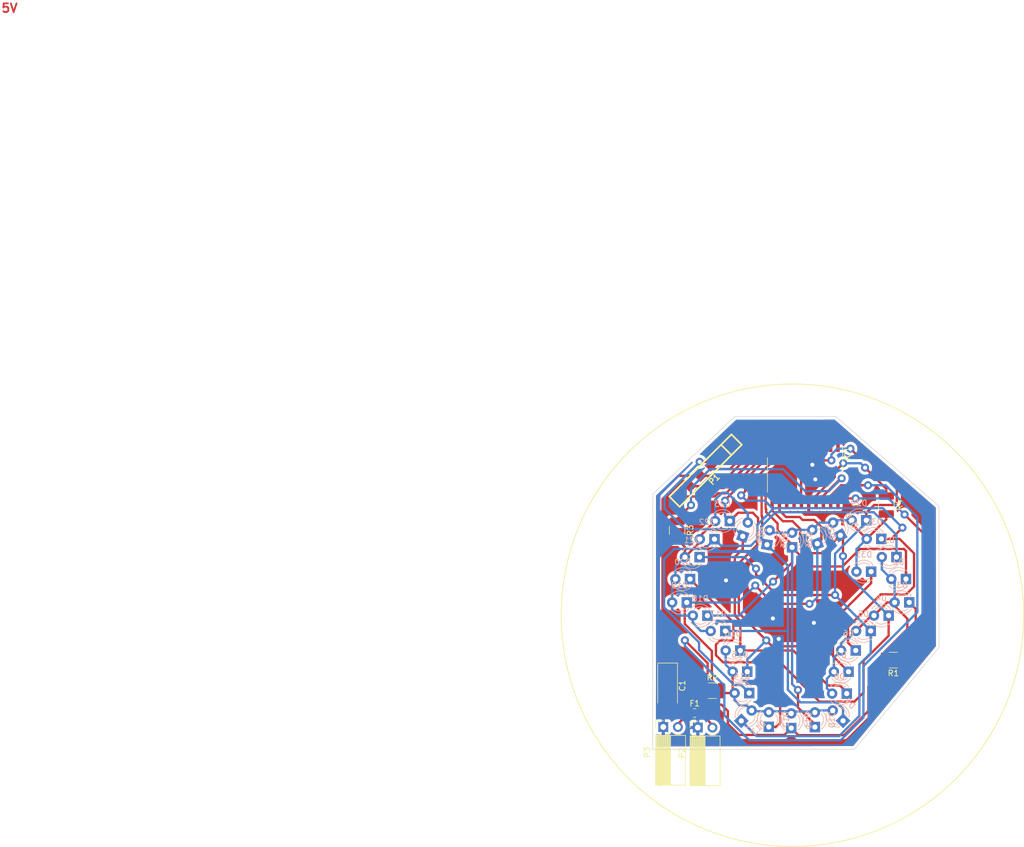
<source format=kicad_pcb>
(kicad_pcb (version 20171130) (host pcbnew "(5.1.4)-1")
  (layers (0 F.Cu signal) (31 B.Cu signal) (34 B.Paste user) (35 F.Paste user) (36 B.SilkS user) (37 F.SilkS user) (38 B.Mask user) (39 F.Mask user) (44 Edge.Cuts user))
  (net 0 "")
  (net 1 "Net-(D1-Pad1)")
  (net 2 "Net-(D1-Pad2)")
  (net 3 "Net-(D10-Pad1)")
  (net 4 "Net-(D11-Pad1)")
  (net 5 "Net-(D12-Pad1)")
  (net 6 "Net-(D13-Pad1)")
  (net 7 "Net-(D14-Pad1)")
  (net 8 "Net-(D15-Pad1)")
  (net 9 "Net-(D16-Pad1)")
  (net 10 "Net-(D10-Pad2)")
  (net 11 "Net-(D17-Pad2)")
  (net 12 "Net-(D25-Pad2)")
  (net 13 "Net-(F1-Pad2)")
  (net 14 "Net-(IC1-Pad17)")
  (net 15 "Net-(IC1-Pad18)")
  (net 16 "Net-(IC1-Pad19)")
  (net 17 "Net-(IC1-Pad20)")
  (net 18 "Net-(IC1-Pad1)")
  (net 19 "Net-(IC1-Pad2)")
  (net 20 "Net-(IC1-Pad9)")
  (net 21 "Net-(IC1-Pad10)")
  (net 22 VCC)
  (net 23 GND)
  (module uusi_possu:SO-20_12.8x7.5mm_P1.27mm_extended (layer F.Cu) (at 258.318 112.522 270)
    (fp_text reference IC1 (at -3.69 -7.42 270) (layer F.SilkS))
    (fp_text value ATTINY861-S)
    (pad 20 smd rect (at 4.875 -5.715 270) (size 1.75 0.6) (layers F.Cu F.Paste F.Mask) (net 17 "Net-(IC1-Pad20)"))
    (pad 19 smd rect (at 4.875 -4.445 270) (size 1.75 0.6) (layers F.Cu F.Paste F.Mask) (net 16 "Net-(IC1-Pad19)"))
    (pad 18 smd rect (at 4.875 -3.175 270) (size 1.75 0.6) (layers F.Cu F.Paste F.Mask) (net 15 "Net-(IC1-Pad18)"))
    (pad 17 smd rect (at 4.875 -1.905 270) (size 1.75 0.6) (layers F.Cu F.Paste F.Mask) (net 14 "Net-(IC1-Pad17)"))
    (pad 16 smd rect (at 4.875 -0.635 270) (size 1.75 0.6) (layers F.Cu F.Paste F.Mask) (net 23 GND))
    (pad 15 smd rect (at 4.875 0.635 270) (size 1.75 0.6) (layers F.Cu F.Paste F.Mask) (net 22 VCC))
    (pad 14 smd rect (at 4.875 1.905 270) (size 1.75 0.6) (layers F.Cu F.Paste F.Mask) (net 1 "Net-(D1-Pad1)"))
    (pad 13 smd rect (at 4.875 3.175 270) (size 1.75 0.6) (layers F.Cu F.Paste F.Mask) (net 3 "Net-(D10-Pad1)"))
    (pad 12 smd rect (at 4.875 4.445 270) (size 1.75 0.6) (layers F.Cu F.Paste F.Mask) (net 4 "Net-(D11-Pad1)"))
    (pad 11 smd rect (at 4.875 5.715 270) (size 1.75 0.6) (layers F.Cu F.Paste F.Mask) (net 5 "Net-(D12-Pad1)"))
    (pad 10 smd rect (at -4.875 5.715 270) (size 1.75 0.6) (layers F.Cu F.Paste F.Mask) (net 21 "Net-(IC1-Pad10)"))
    (pad 9 smd rect (at -4.875 4.445 270) (size 1.75 0.6) (layers F.Cu F.Paste F.Mask) (net 20 "Net-(IC1-Pad9)"))
    (pad 8 smd rect (at -4.875 3.175 270) (size 1.75 0.6) (layers F.Cu F.Paste F.Mask) (net 8 "Net-(D15-Pad1)"))
    (pad 7 smd rect (at -4.875 1.905 270) (size 1.75 0.6) (layers F.Cu F.Paste F.Mask) (net 7 "Net-(D14-Pad1)"))
    (pad 1 smd rect (at -4.875 -5.715 270) (size 1.75 0.6) (layers F.Cu F.Paste F.Mask) (net 18 "Net-(IC1-Pad1)"))
    (pad 2 smd rect (at -4.875 -4.445 270) (size 1.75 0.6) (layers F.Cu F.Paste F.Mask) (net 19 "Net-(IC1-Pad2)"))
    (pad 3 smd rect (at -4.875 -3.175 270) (size 1.75 0.6) (layers F.Cu F.Paste F.Mask) (net 9 "Net-(D16-Pad1)"))
    (pad 4 smd rect (at -4.875 -1.905 270) (size 1.75 0.6) (layers F.Cu F.Paste F.Mask) (net 6 "Net-(D13-Pad1)"))
    (pad 5 smd rect (at -4.875 -0.635 270) (size 1.75 0.6) (layers F.Cu F.Paste F.Mask) (net 22 VCC))
    (pad 6 smd rect (at -4.875 0.635 270) (size 1.75 0.6) (layers F.Cu F.Paste F.Mask) (net 23 GND))
  )
  (module Connector_PinSocket_2.54mm:PinSocket_1x02_P2.54mm_Horizontal (layer F.Cu) (at 233.71 156.25 90)
    (fp_text reference P3 (at -4.38 -2.77 90) (layer F.SilkS))
    (fp_text value CONN_2)
    (pad 1 thru_hole rect (at 0 0 90) (size 1.7 1.7) (drill 1) (layers *.Cu *.Mask) (net 23 GND))
    (pad 2 thru_hole oval (at 0 2.54 90) (size 1.7 1.7) (drill 1) (layers *.Cu *.Mask) (net 22 VCC))
  )
  (module uusi_possu:Ohjelmointiliitin (layer F.Cu) (at 241.046 111.76 225)
    (fp_text reference P1 (at 0 -2.159 45) (layer F.SilkS) (effects (font (size 1.016 1.016) (thickness 0.2032))))
    (fp_text value CONN_6 hide)
    (pad 6 smd rect (at 6.35 0 225) (size 1.524 1.524) (layers F.Cu F.Paste F.Mask) (net 21 "Net-(IC1-Pad10)"))
    (pad 5 smd rect (at 3.81 0 225) (size 1.524 1.524) (layers F.Cu F.Paste F.Mask) (net 23 GND))
    (pad 4 smd rect (at 1.27 0 225) (size 1.524 1.524) (layers F.Cu F.Paste F.Mask) (net 22 VCC))
    (pad 3 smd rect (at -1.27 0 225) (size 1.524 1.524) (layers F.Cu F.Paste F.Mask) (net 9 "Net-(D16-Pad1)"))
    (pad 2 smd rect (at -3.81 0 225) (size 1.524 1.524) (layers F.Cu F.Paste F.Mask) (net 19 "Net-(IC1-Pad2)"))
    (pad 1 smd rect (at -6.35 0 225) (size 1.524 1.524) (layers F.Cu F.Paste F.Mask) (net 18 "Net-(IC1-Pad1)"))
  )
  (module kone:kone2 (layer F.Cu) (at 255.64 136.31 180)
    (fp_text reference G*** hide)
    (fp_text value LOGO hide)
  )
  (module LED_THT:LED_D3.0mm (layer B.Cu) (at 268.94 120.38 180)
    (fp_text reference D29 (at 1.27 2.96) (layer B.SilkS) (effects (justify mirror)))
    (fp_text value LED)
    (pad 1 thru_hole rect (at 0 0 180) (size 1.8 1.8) (drill 0.9) (layers *.Cu *.Mask) (net 6 "Net-(D13-Pad1)"))
    (pad 2 thru_hole circle (at 2.54 0 180) (size 1.8 1.8) (drill 0.9) (layers *.Cu *.Mask) (net 12 "Net-(D25-Pad2)"))
  )
  (module LED_THT:LED_D3.0mm (layer B.Cu) (at 264.91 155.17 135)
    (fp_text reference D9 (at 1.27 2.96 135) (layer B.SilkS) (effects (justify mirror)))
    (fp_text value LED)
    (pad 1 thru_hole rect (at 0 0 135) (size 1.8 1.8) (drill 0.9) (layers *.Cu *.Mask) (net 1 "Net-(D1-Pad1)"))
    (pad 2 thru_hole circle (at 2.54 0 135) (size 1.8 1.8) (drill 0.9) (layers *.Cu *.Mask) (net 10 "Net-(D10-Pad2)"))
  )
  (module LED_THT:LED_D3.0mm (layer B.Cu) (at 255.92 156.44 90)
    (fp_text reference D11 (at 1.27 2.96 90) (layer B.SilkS) (effects (justify mirror)))
    (fp_text value LED)
    (pad 2 thru_hole circle (at 2.54 0 90) (size 1.8 1.8) (drill 0.9) (layers *.Cu *.Mask) (net 10 "Net-(D10-Pad2)"))
    (pad 1 thru_hole rect (at 0 0 90) (size 1.8 1.8) (drill 0.9) (layers *.Cu *.Mask) (net 4 "Net-(D11-Pad1)"))
  )
  (module LED_THT:LED_D3.0mm (layer B.Cu) (at 252.03 156.23 90)
    (fp_text reference D12 (at 1.27 2.96 90) (layer B.SilkS) (effects (justify mirror)))
    (fp_text value LED)
    (pad 1 thru_hole rect (at 0 0 90) (size 1.8 1.8) (drill 0.9) (layers *.Cu *.Mask) (net 5 "Net-(D12-Pad1)"))
    (pad 2 thru_hole circle (at 2.54 0 90) (size 1.8 1.8) (drill 0.9) (layers *.Cu *.Mask) (net 10 "Net-(D10-Pad2)"))
  )
  (module LED_THT:LED_D3.0mm (layer B.Cu) (at 247.25 155.18 45)
    (fp_text reference D13 (at 1.27 2.96 45) (layer B.SilkS) (effects (justify mirror)))
    (fp_text value LED)
    (pad 2 thru_hole circle (at 2.54 0 45) (size 1.8 1.8) (drill 0.9) (layers *.Cu *.Mask) (net 10 "Net-(D10-Pad2)"))
    (pad 1 thru_hole rect (at 0 0 45) (size 1.8 1.8) (drill 0.9) (layers *.Cu *.Mask) (net 6 "Net-(D13-Pad1)"))
  )
  (module LED_THT:LED_D3.0mm (layer B.Cu) (at 247.08 142.98 180)
    (fp_text reference D16 (at 1.27 2.96) (layer B.SilkS) (effects (justify mirror)))
    (fp_text value LED)
    (pad 2 thru_hole circle (at 2.54 0 180) (size 1.8 1.8) (drill 0.9) (layers *.Cu *.Mask) (net 10 "Net-(D10-Pad2)"))
    (pad 1 thru_hole rect (at 0 0 180) (size 1.8 1.8) (drill 0.9) (layers *.Cu *.Mask) (net 9 "Net-(D16-Pad1)"))
  )
  (module LED_THT:LED_D3.0mm (layer B.Cu) (at 265.86 146.66 180)
    (fp_text reference D7 (at 1.27 2.96) (layer B.SilkS) (effects (justify mirror)))
    (fp_text value LED)
    (pad 1 thru_hole rect (at 0 0 180) (size 1.8 1.8) (drill 0.9) (layers *.Cu *.Mask) (net 8 "Net-(D15-Pad1)"))
    (pad 2 thru_hole circle (at 2.54 0 180) (size 1.8 1.8) (drill 0.9) (layers *.Cu *.Mask) (net 2 "Net-(D1-Pad2)"))
  )
  (module LED_THT:LED_D3.0mm (layer B.Cu) (at 267.11 142.97 180)
    (fp_text reference D6 (at 1.27 2.96) (layer B.SilkS) (effects (justify mirror)))
    (fp_text value LED)
    (pad 2 thru_hole circle (at 2.54 0 180) (size 1.8 1.8) (drill 0.9) (layers *.Cu *.Mask) (net 2 "Net-(D1-Pad2)"))
    (pad 1 thru_hole rect (at 0 0 180) (size 1.8 1.8) (drill 0.9) (layers *.Cu *.Mask) (net 7 "Net-(D14-Pad1)"))
  )
  (module LED_THT:LED_D3.0mm (layer B.Cu) (at 274.18 126.76 180)
    (fp_text reference D1 (at 1.27 2.96) (layer B.SilkS) (effects (justify mirror)))
    (fp_text value LED)
    (pad 2 thru_hole circle (at 2.54 0 180) (size 1.8 1.8) (drill 0.9) (layers *.Cu *.Mask) (net 2 "Net-(D1-Pad2)"))
    (pad 1 thru_hole rect (at 0 0 180) (size 1.8 1.8) (drill 0.9) (layers *.Cu *.Mask) (net 1 "Net-(D1-Pad1)"))
  )
  (module LED_THT:LED_D3.0mm (layer B.Cu) (at 276.4 134.63 180)
    (fp_text reference D3 (at 1.27 2.96) (layer B.SilkS) (effects (justify mirror)))
    (fp_text value LED)
    (pad 1 thru_hole rect (at 0 0 180) (size 1.8 1.8) (drill 0.9) (layers *.Cu *.Mask) (net 4 "Net-(D11-Pad1)"))
    (pad 2 thru_hole circle (at 2.54 0 180) (size 1.8 1.8) (drill 0.9) (layers *.Cu *.Mask) (net 2 "Net-(D1-Pad2)"))
  )
  (module LED_THT:LED_D3.0mm (layer B.Cu) (at 272.82 136.91 180)
    (fp_text reference D4 (at 1.27 2.96) (layer B.SilkS) (effects (justify mirror)))
    (fp_text value LED)
    (pad 2 thru_hole circle (at 2.54 0 180) (size 1.8 1.8) (drill 0.9) (layers *.Cu *.Mask) (net 2 "Net-(D1-Pad2)"))
    (pad 1 thru_hole rect (at 0 0 180) (size 1.8 1.8) (drill 0.9) (layers *.Cu *.Mask) (net 5 "Net-(D12-Pad1)"))
  )
  (module LED_THT:LED_D3.0mm (layer B.Cu) (at 275.83 130.57 180)
    (fp_text reference D2 (at 1.27 2.96 180) (layer B.SilkS) (effects (justify mirror)))
    (fp_text value LED)
    (pad 1 thru_hole rect (at 0 0 180) (size 1.8 1.8) (drill 0.9) (layers *.Cu *.Mask) (net 3 "Net-(D10-Pad1)"))
    (pad 2 thru_hole circle (at 2.54 0 180) (size 1.8 1.8) (drill 0.9) (layers *.Cu *.Mask) (net 2 "Net-(D1-Pad2)"))
  )
  (module LED_THT:LED_D3.0mm (layer B.Cu) (at 269.71 139.58 180)
    (fp_text reference D5 (at 1.27 2.96) (layer B.SilkS) (effects (justify mirror)))
    (fp_text value LED)
    (pad 1 thru_hole rect (at 0 0 180) (size 1.8 1.8) (drill 0.9) (layers *.Cu *.Mask) (net 6 "Net-(D13-Pad1)"))
    (pad 2 thru_hole circle (at 2.54 0 180) (size 1.8 1.8) (drill 0.9) (layers *.Cu *.Mask) (net 2 "Net-(D1-Pad2)"))
  )
  (module LED_THT:LED_D3.0mm (layer B.Cu) (at 248.63 150.36 180)
    (fp_text reference D14 (at 1.27 2.96) (layer B.SilkS) (effects (justify mirror)))
    (fp_text value LED)
    (pad 1 thru_hole rect (at 0 0 180) (size 1.8 1.8) (drill 0.9) (layers *.Cu *.Mask) (net 7 "Net-(D14-Pad1)"))
    (pad 2 thru_hole circle (at 2.54 0 180) (size 1.8 1.8) (drill 0.9) (layers *.Cu *.Mask) (net 10 "Net-(D10-Pad2)"))
  )
  (module Connector_PinSocket_2.54mm:PinSocket_1x02_P2.54mm_Horizontal (layer F.Cu) (at 239.7 156.35 90)
    (fp_text reference P2 (at -4.38 -2.77 90) (layer F.SilkS))
    (fp_text value CONN_2)
    (pad 1 thru_hole rect (at 0 0 90) (size 1.7 1.7) (drill 1) (layers *.Cu *.Mask) (net 23 GND))
    (pad 2 thru_hole oval (at 0 2.54 90) (size 1.7 1.7) (drill 1) (layers *.Cu *.Mask) (net 13 "Net-(F1-Pad2)"))
  )
  (module Capacitor_Tantalum_SMD:CP_EIA-6032-15_Kemet-U_Pad2.25x2.35mm_HandSolder (layer F.Cu) (at 234.46 149.09 270)
    (fp_text reference C1 (at 0 -2.55 90) (layer F.SilkS))
    (fp_text value CP1)
    (pad 1 smd roundrect (at -2.55 0 270) (size 2.25 2.35) (layers F.Cu F.Paste F.Mask) (roundrect_rratio 0.111111) (net 22 VCC))
    (pad 2 smd roundrect (at 2.55 0 270) (size 2.25 2.35) (layers F.Cu F.Paste F.Mask) (roundrect_rratio 0.111111) (net 23 GND))
  )
  (module Resistor_SMD:R_0805_2012Metric_Pad1.20x1.40mm_HandSolder (layer F.Cu) (at 239.16 153.82)
    (fp_text reference F1 (at 0 -1.65) (layer F.SilkS))
    (fp_text value Polyfuse)
    (pad 1 smd roundrect (at -1 0) (size 1.2 1.4) (layers F.Cu F.Paste F.Mask) (roundrect_rratio 0.208333) (net 22 VCC))
    (pad 2 smd roundrect (at 1 0) (size 1.2 1.4) (layers F.Cu F.Paste F.Mask) (roundrect_rratio 0.208333) (net 13 "Net-(F1-Pad2)"))
  )
  (module Resistor_SMD:R_1210_3225Metric_Pad1.30x2.65mm_HandSolder (layer F.Cu) (at 273.65 144.64 180)
    (fp_text reference R1 (at 0 -2.28) (layer F.SilkS))
    (fp_text value 110)
    (pad 1 smd roundrect (at -1.55 0 180) (size 1.3 2.65) (layers F.Cu F.Paste F.Mask) (roundrect_rratio 0.192308) (net 17 "Net-(IC1-Pad20)"))
    (pad 2 smd roundrect (at 1.55 0 180) (size 1.3 2.65) (layers F.Cu F.Paste F.Mask) (roundrect_rratio 0.192308) (net 2 "Net-(D1-Pad2)"))
  )
  (module Resistor_SMD:R_1210_3225Metric_Pad1.30x2.65mm_HandSolder (layer F.Cu) (at 242.24 149.95)
    (fp_text reference R2 (at 0 -2.28) (layer F.SilkS))
    (fp_text value 110)
    (pad 2 smd roundrect (at 1.55 0) (size 1.3 2.65) (layers F.Cu F.Paste F.Mask) (roundrect_rratio 0.192308) (net 10 "Net-(D10-Pad2)"))
    (pad 1 smd roundrect (at -1.55 0) (size 1.3 2.65) (layers F.Cu F.Paste F.Mask) (roundrect_rratio 0.192308) (net 16 "Net-(IC1-Pad19)"))
  )
  (module Resistor_SMD:R_1210_3225Metric_Pad1.30x2.65mm_HandSolder (layer F.Cu) (at 236.12 122.12 270)
    (fp_text reference R3 (at 0 -2.28 90) (layer F.SilkS))
    (fp_text value 110)
    (pad 1 smd roundrect (at -1.55 0 270) (size 1.3 2.65) (layers F.Cu F.Paste F.Mask) (roundrect_rratio 0.192308) (net 15 "Net-(IC1-Pad18)"))
    (pad 2 smd roundrect (at 1.55 0 270) (size 1.3 2.65) (layers F.Cu F.Paste F.Mask) (roundrect_rratio 0.192308) (net 11 "Net-(D17-Pad2)"))
  )
  (module Resistor_SMD:R_1210_3225Metric_Pad1.30x2.65mm_HandSolder (layer F.Cu) (at 272.415 117.729 270)
    (fp_text reference R4 (at 0 -2.28 90) (layer F.SilkS))
    (fp_text value 110)
    (pad 2 smd roundrect (at 1.55 0 270) (size 1.3 2.65) (layers F.Cu F.Paste F.Mask) (roundrect_rratio 0.192308) (net 12 "Net-(D25-Pad2)"))
    (pad 1 smd roundrect (at -1.55 0 270) (size 1.3 2.65) (layers F.Cu F.Paste F.Mask) (roundrect_rratio 0.192308) (net 14 "Net-(IC1-Pad17)"))
  )
  (module LED_THT:LED_D3.0mm (layer B.Cu) (at 248.29 146.64 180)
    (fp_text reference D15 (at 1.27 2.96) (layer B.SilkS) (effects (justify mirror)))
    (fp_text value LED)
    (pad 1 thru_hole rect (at 0 0 180) (size 1.8 1.8) (drill 0.9) (layers *.Cu *.Mask) (net 8 "Net-(D15-Pad1)"))
    (pad 2 thru_hole circle (at 2.54 0 180) (size 1.8 1.8) (drill 0.9) (layers *.Cu *.Mask) (net 10 "Net-(D10-Pad2)"))
  )
  (module LED_THT:LED_D3.0mm (layer B.Cu) (at 244.48 139.59 180)
    (fp_text reference D17 (at 1.27 2.96) (layer B.SilkS) (effects (justify mirror)))
    (fp_text value LED)
    (pad 2 thru_hole circle (at 2.54 0 180) (size 1.8 1.8) (drill 0.9) (layers *.Cu *.Mask) (net 11 "Net-(D17-Pad2)"))
    (pad 1 thru_hole rect (at 0 0 180) (size 1.8 1.8) (drill 0.9) (layers *.Cu *.Mask) (net 1 "Net-(D1-Pad1)"))
  )
  (module LED_THT:LED_D3.0mm (layer B.Cu) (at 241.38 136.92 180)
    (fp_text reference D18 (at 1.27 2.96) (layer B.SilkS) (effects (justify mirror)))
    (fp_text value LED)
    (pad 1 thru_hole rect (at 0 0 180) (size 1.8 1.8) (drill 0.9) (layers *.Cu *.Mask) (net 3 "Net-(D10-Pad1)"))
    (pad 2 thru_hole circle (at 2.54 0 180) (size 1.8 1.8) (drill 0.9) (layers *.Cu *.Mask) (net 11 "Net-(D17-Pad2)"))
  )
  (module LED_THT:LED_D3.0mm (layer B.Cu) (at 237.79 134.64 180)
    (fp_text reference D19 (at 1.27 2.96) (layer B.SilkS) (effects (justify mirror)))
    (fp_text value LED)
    (pad 1 thru_hole rect (at 0 0 180) (size 1.8 1.8) (drill 0.9) (layers *.Cu *.Mask) (net 4 "Net-(D11-Pad1)"))
    (pad 2 thru_hole circle (at 2.54 0 180) (size 1.8 1.8) (drill 0.9) (layers *.Cu *.Mask) (net 11 "Net-(D17-Pad2)"))
  )
  (module LED_THT:LED_D3.0mm (layer B.Cu) (at 238.36 130.58 180)
    (fp_text reference D20 (at 1.27 2.96) (layer B.SilkS) (effects (justify mirror)))
    (fp_text value LED)
    (pad 1 thru_hole rect (at 0 0 180) (size 1.8 1.8) (drill 0.9) (layers *.Cu *.Mask) (net 5 "Net-(D12-Pad1)"))
    (pad 2 thru_hole circle (at 2.54 0 180) (size 1.8 1.8) (drill 0.9) (layers *.Cu *.Mask) (net 11 "Net-(D17-Pad2)"))
  )
  (module LED_THT:LED_D3.0mm (layer B.Cu) (at 240.01 126.77 180)
    (fp_text reference D21 (at 1.27 2.96) (layer B.SilkS) (effects (justify mirror)))
    (fp_text value LED)
    (pad 2 thru_hole circle (at 2.54 0 180) (size 1.8 1.8) (drill 0.9) (layers *.Cu *.Mask) (net 11 "Net-(D17-Pad2)"))
    (pad 1 thru_hole rect (at 0 0 180) (size 1.8 1.8) (drill 0.9) (layers *.Cu *.Mask) (net 6 "Net-(D13-Pad1)"))
  )
  (module LED_THT:LED_D3.0mm (layer B.Cu) (at 242.6 123.65 180)
    (fp_text reference D22 (at 1.27 2.96) (layer B.SilkS) (effects (justify mirror)))
    (fp_text value LED)
    (pad 2 thru_hole circle (at 2.54 0 180) (size 1.8 1.8) (drill 0.9) (layers *.Cu *.Mask) (net 11 "Net-(D17-Pad2)"))
    (pad 1 thru_hole rect (at 0 0 180) (size 1.8 1.8) (drill 0.9) (layers *.Cu *.Mask) (net 7 "Net-(D14-Pad1)"))
  )
  (module LED_THT:LED_D3.0mm (layer B.Cu) (at 245.27 120.51 180)
    (fp_text reference D23 (at 1.27 2.96) (layer B.SilkS) (effects (justify mirror)))
    (fp_text value LED)
    (pad 1 thru_hole rect (at 0 0 180) (size 1.8 1.8) (drill 0.9) (layers *.Cu *.Mask) (net 8 "Net-(D15-Pad1)"))
    (pad 2 thru_hole circle (at 2.54 0 180) (size 1.8 1.8) (drill 0.9) (layers *.Cu *.Mask) (net 11 "Net-(D17-Pad2)"))
  )
  (module LED_THT:LED_D3.0mm (layer B.Cu) (at 247.51 123.16 70)
    (fp_text reference D24 (at 1.27 2.96 70) (layer B.SilkS) (effects (justify mirror)))
    (fp_text value LED)
    (pad 2 thru_hole circle (at 2.54 0 70) (size 1.8 1.8) (drill 0.9) (layers *.Cu *.Mask) (net 11 "Net-(D17-Pad2)"))
    (pad 1 thru_hole rect (at 0 0 70) (size 1.8 1.8) (drill 0.9) (layers *.Cu *.Mask) (net 9 "Net-(D16-Pad1)"))
  )
  (module LED_THT:LED_D3.0mm (layer B.Cu) (at 251.71 124.61 80)
    (fp_text reference D25 (at 1.27 2.96 80) (layer B.SilkS) (effects (justify mirror)))
    (fp_text value LED)
    (pad 2 thru_hole circle (at 2.54 0 80) (size 1.8 1.8) (drill 0.9) (layers *.Cu *.Mask) (net 12 "Net-(D25-Pad2)"))
    (pad 1 thru_hole rect (at 0 0 80) (size 1.8 1.8) (drill 0.9) (layers *.Cu *.Mask) (net 1 "Net-(D1-Pad1)"))
  )
  (module LED_THT:LED_D3.0mm (layer B.Cu) (at 256.07 125.08 90)
    (fp_text reference D26 (at 1.27 2.96 90) (layer B.SilkS) (effects (justify mirror)))
    (fp_text value LED)
    (pad 1 thru_hole rect (at 0 0 90) (size 1.8 1.8) (drill 0.9) (layers *.Cu *.Mask) (net 3 "Net-(D10-Pad1)"))
    (pad 2 thru_hole circle (at 2.54 0 90) (size 1.8 1.8) (drill 0.9) (layers *.Cu *.Mask) (net 12 "Net-(D25-Pad2)"))
  )
  (module LED_THT:LED_D3.0mm (layer B.Cu) (at 260.44 124.43 110)
    (fp_text reference D27 (at 1.27 2.96 110) (layer B.SilkS) (effects (justify mirror)))
    (fp_text value LED)
    (pad 1 thru_hole rect (at 0 0 110) (size 1.8 1.8) (drill 0.9) (layers *.Cu *.Mask) (net 4 "Net-(D11-Pad1)"))
    (pad 2 thru_hole circle (at 2.54 0 110) (size 1.8 1.8) (drill 0.9) (layers *.Cu *.Mask) (net 12 "Net-(D25-Pad2)"))
  )
  (module LED_THT:LED_D3.0mm (layer B.Cu) (at 271.56 123.61 180)
    (fp_text reference D30 (at 1.27 2.96) (layer B.SilkS) (effects (justify mirror)))
    (fp_text value LED)
    (pad 2 thru_hole circle (at 2.54 0 180) (size 1.8 1.8) (drill 0.9) (layers *.Cu *.Mask) (net 12 "Net-(D25-Pad2)"))
    (pad 1 thru_hole rect (at 0 0 180) (size 1.8 1.8) (drill 0.9) (layers *.Cu *.Mask) (net 7 "Net-(D14-Pad1)"))
  )
  (module LED_THT:LED_D3.0mm (layer B.Cu) (at 269.78 129.29 180)
    (fp_text reference D31 (at 1.27 2.96) (layer B.SilkS) (effects (justify mirror)))
    (fp_text value LED)
    (pad 1 thru_hole rect (at 0 0 180) (size 1.8 1.8) (drill 0.9) (layers *.Cu *.Mask) (net 8 "Net-(D15-Pad1)"))
    (pad 2 thru_hole circle (at 2.54 0 180) (size 1.8 1.8) (drill 0.9) (layers *.Cu *.Mask) (net 12 "Net-(D25-Pad2)"))
  )
  (module LED_THT:LED_D3.0mm (layer B.Cu) (at 265.55 150.45 180)
    (fp_text reference D8 (at 1.27 2.96) (layer B.SilkS) (effects (justify mirror)))
    (fp_text value LED)
    (pad 2 thru_hole circle (at 2.54 0 180) (size 1.8 1.8) (drill 0.9) (layers *.Cu *.Mask) (net 2 "Net-(D1-Pad2)"))
    (pad 1 thru_hole rect (at 0 0 180) (size 1.8 1.8) (drill 0.9) (layers *.Cu *.Mask) (net 9 "Net-(D16-Pad1)"))
  )
  (module LED_THT:LED_D3.0mm (layer B.Cu) (at 260.02 156.26 90)
    (fp_text reference D10 (at 1.27 2.96 90) (layer B.SilkS) (effects (justify mirror)))
    (fp_text value LED)
    (pad 1 thru_hole rect (at 0 0 90) (size 1.8 1.8) (drill 0.9) (layers *.Cu *.Mask) (net 3 "Net-(D10-Pad1)"))
    (pad 2 thru_hole circle (at 2.54 0 90) (size 1.8 1.8) (drill 0.9) (layers *.Cu *.Mask) (net 10 "Net-(D10-Pad2)"))
  )
  (module LED_THT:LED_D3.0mm (layer B.Cu) (at 264.45 122.98 120)
    (fp_text reference D28 (at 1.27 2.96 120) (layer B.SilkS) (effects (justify mirror)))
    (fp_text value LED)
    (pad 1 thru_hole rect (at 0 0 120) (size 1.8 1.8) (drill 0.9) (layers *.Cu *.Mask) (net 5 "Net-(D12-Pad1)"))
    (pad 2 thru_hole circle (at 2.54 0 120) (size 1.8 1.8) (drill 0.9) (layers *.Cu *.Mask) (net 12 "Net-(D25-Pad2)"))
  )
  (gr_line (start 266.92 160.11) (end 231.882 160.16) (layer Edge.Cuts) (width 0.1))
  (gr_line (start 281.57 142.44) (end 266.92 160.11) (layer Edge.Cuts) (width 0.1))
  (gr_line (start 281.55 117.92) (end 281.57 142.44) (layer Edge.Cuts) (width 0.1))
  (gr_line (start 263.652 102.362) (end 281.55 117.92) (layer Edge.Cuts) (width 0.1))
  (gr_line (start 246.126 102.362) (end 263.652 102.362) (layer Edge.Cuts) (width 0.1))
  (gr_line (start 231.902 115.824) (end 246.126 102.362) (layer Edge.Cuts) (width 0.1))
  (gr_line (start 231.882 160.16) (end 231.902 115.824) (layer Edge.Cuts) (width 0.1))
  (gr_circle (center 256.130093 136.86) (end 216.010093 135.96) (layer F.SilkS) (width 0.15))
  (gr_text 5V (at 120.269 31.496) (layer F.Cu) (effects (font (size 1.5 1.5) (thickness 0.3))))
  (segment (start 250.751065 123.651065) (end 251.71 124.61) (width 0.4) (layer B.Cu) (net 1))
  (segment (start 250.751065 121.436587) (end 250.751065 123.651065) (width 0.4) (layer B.Cu) (net 1))
  (segment (start 253.207653 118.979999) (end 250.751065 121.436587) (width 0.4) (layer B.Cu) (net 1))
  (segment (start 270.240001 118.979999) (end 253.207653 118.979999) (width 0.4) (layer B.Cu) (net 1))
  (segment (start 274.18 122.919998) (end 270.240001 118.979999) (width 0.4) (layer B.Cu) (net 1))
  (segment (start 274.18 126.76) (end 274.18 122.919998) (width 0.4) (layer B.Cu) (net 1))
  (segment (start 244.48 139.59) (end 251.821998 139.59) (width 0.4) (layer B.Cu) (net 1))
  (segment (start 263.78595 151.973948) (end 257.510948 151.973948) (width 0.4) (layer B.Cu) (net 1))
  (segment (start 264.91 153.097998) (end 263.78595 151.973948) (width 0.4) (layer B.Cu) (net 1))
  (segment (start 264.91 155.17) (end 264.91 153.097998) (width 0.4) (layer B.Cu) (net 1))
  (segment (start 251.821998 139.59) (end 254.779 139.59) (width 0.4) (layer B.Cu) (net 1))
  (segment (start 257.510948 151.973948) (end 255.3335 149.7965) (width 0.4) (layer B.Cu) (net 1))
  (segment (start 255.287 139.59) (end 255.3335 139.6365) (width 0.4) (layer B.Cu) (net 1))
  (segment (start 254.779 139.59) (end 255.287 139.59) (width 0.4) (layer B.Cu) (net 1))
  (segment (start 255.3335 139.6365) (end 255.3335 149.7965) (width 0.4) (layer B.Cu) (net 1))
  (segment (start 255.3335 128.2335) (end 251.71 124.61) (width 0.4) (layer B.Cu) (net 1))
  (segment (start 255.3335 139.6365) (end 255.3335 128.2335) (width 0.4) (layer B.Cu) (net 1))
  (segment (start 250.698 121.515877) (end 250.698 123.598) (width 0.4) (layer F.Cu) (net 1))
  (segment (start 250.698 123.598) (end 251.71 124.61) (width 0.4) (layer F.Cu) (net 1))
  (segment (start 250.86739 121.346487) (end 250.698 121.515877) (width 0.4) (layer F.Cu) (net 1))
  (segment (start 250.86739 119.702427) (end 250.86739 121.346487) (width 0.4) (layer F.Cu) (net 1))
  (segment (start 250.77999 119.615027) (end 250.86739 119.702427) (width 0.4) (layer F.Cu) (net 1))
  (segment (start 250.77999 115.768047) (end 250.77999 119.615027) (width 0.4) (layer F.Cu) (net 1))
  (segment (start 251.932047 114.61599) (end 250.77999 115.768047) (width 0.4) (layer F.Cu) (net 1))
  (segment (start 254.90699 114.61599) (end 251.932047 114.61599) (width 0.4) (layer F.Cu) (net 1))
  (segment (start 256.413 116.122) (end 254.90699 114.61599) (width 0.4) (layer F.Cu) (net 1))
  (segment (start 256.413 117.397) (end 256.413 116.122) (width 0.4) (layer F.Cu) (net 1))
  (segment (start 262.420001 147.559999) (end 263.32 146.66) (width 0.4) (layer B.Cu) (net 2))
  (segment (start 262.110001 147.869999) (end 262.420001 147.559999) (width 0.4) (layer B.Cu) (net 2))
  (segment (start 262.110001 149.550001) (end 262.110001 147.869999) (width 0.4) (layer B.Cu) (net 2))
  (segment (start 263.01 150.45) (end 262.110001 149.550001) (width 0.4) (layer B.Cu) (net 2))
  (segment (start 263.32 144.22) (end 264.57 142.97) (width 0.4) (layer B.Cu) (net 2))
  (segment (start 263.32 146.66) (end 263.32 144.22) (width 0.4) (layer B.Cu) (net 2))
  (segment (start 264.57 141.697208) (end 265.31 140.957208) (width 0.4) (layer B.Cu) (net 2))
  (segment (start 264.57 142.97) (end 264.57 141.697208) (width 0.4) (layer B.Cu) (net 2))
  (segment (start 265.792792 140.957208) (end 267.17 139.58) (width 0.4) (layer B.Cu) (net 2))
  (segment (start 265.31 140.957208) (end 265.792792 140.957208) (width 0.4) (layer B.Cu) (net 2))
  (segment (start 273.86 131.14) (end 273.29 130.57) (width 0.4) (layer B.Cu) (net 2))
  (segment (start 273.86 134.63) (end 273.86 131.14) (width 0.4) (layer B.Cu) (net 2))
  (segment (start 271.64 128.92) (end 271.64 126.76) (width 0.4) (layer B.Cu) (net 2))
  (segment (start 273.29 130.57) (end 271.64 128.92) (width 0.4) (layer B.Cu) (net 2))
  (segment (start 269.84 136.91) (end 270.28 136.91) (width 0.4) (layer F.Cu) (net 2))
  (segment (start 267.17 139.58) (end 269.84 136.91) (width 0.4) (layer F.Cu) (net 2))
  (segment (start 272.56 134.63) (end 270.28 136.91) (width 0.4) (layer F.Cu) (net 2))
  (segment (start 273.86 134.63) (end 272.56 134.63) (width 0.4) (layer F.Cu) (net 2))
  (segment (start 273.86 135.249998) (end 273.86 134.63) (width 0.4) (layer F.Cu) (net 2))
  (segment (start 276.072 137.461998) (end 273.86 135.249998) (width 0.4) (layer F.Cu) (net 2))
  (segment (start 276.072 139.243) (end 276.072 137.461998) (width 0.4) (layer F.Cu) (net 2))
  (segment (start 272.1 143.215) (end 276.072 139.243) (width 0.4) (layer F.Cu) (net 2))
  (segment (start 272.1 144.64) (end 272.1 143.215) (width 0.4) (layer F.Cu) (net 2))
  (segment (start 275.83 125.709998) (end 275.83 130.57) (width 0.4) (layer F.Cu) (net 3))
  (segment (start 275.480001 125.359999) (end 275.83 125.709998) (width 0.4) (layer F.Cu) (net 3))
  (segment (start 264.795 128.397) (end 267.832001 125.359999) (width 0.4) (layer F.Cu) (net 3))
  (segment (start 267.832001 125.359999) (end 275.480001 125.359999) (width 0.4) (layer F.Cu) (net 3))
  (segment (start 259.387 128.397) (end 264.795 128.397) (width 0.4) (layer F.Cu) (net 3))
  (segment (start 256.07 125.08) (end 259.387 128.397) (width 0.4) (layer F.Cu) (net 3))
  (via (at 257.088471 149.819529) (size 1.4) (drill 0.7) (layers F.Cu B.Cu) (net 3))
  (segment (start 256.07 148.801058) (end 257.088471 149.819529) (width 0.4) (layer B.Cu) (net 3))
  (segment (start 256.07 125.08) (end 256.07 148.801058) (width 0.4) (layer B.Cu) (net 3))
  (segment (start 260.02 155.792002) (end 260.02 156.26) (width 0.4) (layer F.Cu) (net 3))
  (segment (start 257.088471 152.860473) (end 260.02 155.792002) (width 0.4) (layer F.Cu) (net 3))
  (segment (start 257.088471 149.819529) (end 257.088471 152.860473) (width 0.4) (layer F.Cu) (net 3))
  (segment (start 246.874 136.92) (end 247.523 136.271) (width 0.4) (layer B.Cu) (net 3))
  (segment (start 241.38 136.92) (end 246.874 136.92) (width 0.4) (layer B.Cu) (net 3))
  (segment (start 247.523 136.271) (end 250.444 133.35) (width 0.4) (layer B.Cu) (net 3))
  (segment (start 250.444 133.35) (end 252.766054 131.027946) (width 0.4) (layer B.Cu) (net 3))
  (segment (start 253.492 130.302) (end 256.07 127.724) (width 0.4) (layer F.Cu) (net 3))
  (segment (start 256.07 127.724) (end 256.07 125.08) (width 0.4) (layer F.Cu) (net 3))
  (via (at 252.766054 131.027946) (size 1.4) (drill 0.7) (layers F.Cu B.Cu) (net 3))
  (segment (start 253.492 130.302) (end 252.766054 131.027946) (width 0.4) (layer F.Cu) (net 3))
  (segment (start 256.07 124.612002) (end 256.07 125.08) (width 0.4) (layer F.Cu) (net 3))
  (segment (start 253.551067 122.093069) (end 256.07 124.612002) (width 0.4) (layer F.Cu) (net 3))
  (segment (start 253.551067 120.93703) (end 253.551067 122.093069) (width 0.4) (layer F.Cu) (net 3))
  (segment (start 251.5674 118.953364) (end 253.551067 120.93703) (width 0.4) (layer F.Cu) (net 3))
  (segment (start 255.143 117.397) (end 255.143 116.122) (width 0.4) (layer F.Cu) (net 3))
  (segment (start 255.143 116.122) (end 254.337 115.316) (width 0.4) (layer F.Cu) (net 3))
  (segment (start 254.337 115.316) (end 252.222 115.316) (width 0.4) (layer F.Cu) (net 3))
  (segment (start 251.5674 118.4714) (end 251.5674 118.953364) (width 0.4) (layer F.Cu) (net 3))
  (segment (start 252.222 115.316) (end 251.48 116.058) (width 0.4) (layer F.Cu) (net 3))
  (segment (start 251.48 116.058) (end 251.48 118.384) (width 0.4) (layer F.Cu) (net 3))
  (segment (start 251.48 118.384) (end 251.5674 118.4714) (width 0.4) (layer F.Cu) (net 3))
  (segment (start 260.44 124.43) (end 260.44 131.99) (width 0.4) (layer B.Cu) (net 4))
  (via (at 249.682 131.699) (size 1.4) (drill 0.7) (layers F.Cu B.Cu) (net 4))
  (segment (start 252.857 134.874) (end 249.682 131.699) (width 0.4) (layer F.Cu) (net 4))
  (segment (start 257.556 134.874) (end 252.857 134.874) (width 0.4) (layer F.Cu) (net 4))
  (segment (start 246.741 134.64) (end 237.79 134.64) (width 0.4) (layer B.Cu) (net 4))
  (segment (start 249.682 131.699) (end 246.741 134.64) (width 0.4) (layer B.Cu) (net 4))
  (segment (start 261.142185 123.727815) (end 261.142185 121.542095) (width 0.4) (layer F.Cu) (net 4))
  (segment (start 260.44 124.43) (end 261.142185 123.727815) (width 0.4) (layer F.Cu) (net 4))
  (segment (start 277.52501 135.75501) (end 276.4 134.63) (width 0.4) (layer F.Cu) (net 4))
  (segment (start 255.92 156.44) (end 257.140001 157.660001) (width 0.4) (layer F.Cu) (net 4))
  (segment (start 273.62 142.98) (end 277.52501 139.07499) (width 0.4) (layer F.Cu) (net 4))
  (segment (start 257.140001 157.660001) (end 265.110001 157.660001) (width 0.4) (layer F.Cu) (net 4))
  (segment (start 277.52501 139.07499) (end 277.52501 135.75501) (width 0.4) (layer F.Cu) (net 4))
  (segment (start 237.79 134.64) (end 237.439999 134.990001) (width 0.4) (layer F.Cu) (net 4))
  (segment (start 260.44 131.99) (end 260.44 133.768) (width 0.4) (layer B.Cu) (net 4))
  (via (at 259.08 134.874) (size 1.4) (drill 0.7) (layers F.Cu B.Cu) (net 4))
  (segment (start 260.44 133.768) (end 259.334 134.874) (width 0.4) (layer B.Cu) (net 4))
  (segment (start 259.334 134.874) (end 259.08 134.874) (width 0.4) (layer B.Cu) (net 4))
  (segment (start 257.556 134.874) (end 259.08 134.874) (width 0.4) (layer F.Cu) (net 4))
  (segment (start 269.297001 149.294999) (end 269.297001 153.473001) (width 0.4) (layer F.Cu) (net 4))
  (segment (start 271.982 146.61) (end 269.297001 149.294999) (width 0.4) (layer F.Cu) (net 4))
  (segment (start 265.110001 157.660001) (end 269.297001 153.473001) (width 0.4) (layer F.Cu) (net 4))
  (segment (start 273.6 146.112) (end 273.102 146.61) (width 0.4) (layer F.Cu) (net 4))
  (segment (start 273.62 146.112) (end 273.6 146.112) (width 0.4) (layer F.Cu) (net 4))
  (segment (start 273.102 146.61) (end 271.982 146.61) (width 0.4) (layer F.Cu) (net 4))
  (segment (start 273.62 146.112) (end 273.62 142.98) (width 0.4) (layer F.Cu) (net 4))
  (segment (start 253.873 118.672) (end 255.011955 119.810955) (width 0.4) (layer F.Cu) (net 4))
  (segment (start 253.873 117.397) (end 253.873 118.672) (width 0.4) (layer F.Cu) (net 4))
  (segment (start 257.887045 120.318955) (end 257.379045 119.810955) (width 0.4) (layer F.Cu) (net 4))
  (segment (start 259.919045 120.318955) (end 257.887045 120.318955) (width 0.4) (layer F.Cu) (net 4))
  (segment (start 255.011955 119.810955) (end 257.379045 119.810955) (width 0.4) (layer F.Cu) (net 4))
  (segment (start 261.142185 121.542095) (end 259.919045 120.318955) (width 0.4) (layer F.Cu) (net 4))
  (segment (start 237.439999 134.990001) (end 237.439999 137.464001) (width 0.4) (layer F.Cu) (net 4))
  (segment (start 246.849999 157.630001) (end 254.729999 157.630001) (width 0.4) (layer F.Cu) (net 4))
  (segment (start 244.919999 155.700001) (end 246.849999 157.630001) (width 0.4) (layer F.Cu) (net 4))
  (segment (start 244.919999 153.479999) (end 244.919999 155.700001) (width 0.4) (layer F.Cu) (net 4))
  (segment (start 237.439999 137.464001) (end 237.439999 138.359999) (width 0.4) (layer F.Cu) (net 4))
  (segment (start 237.439999 138.359999) (end 242.15 143.07) (width 0.4) (layer F.Cu) (net 4))
  (segment (start 242.15 143.07) (end 242.15 151.64) (width 0.4) (layer F.Cu) (net 4))
  (segment (start 254.729999 157.630001) (end 255.92 156.44) (width 0.4) (layer F.Cu) (net 4))
  (segment (start 242.15 151.64) (end 242.895001 152.385001) (width 0.4) (layer F.Cu) (net 4))
  (segment (start 242.895001 152.385001) (end 243.825001 152.385001) (width 0.4) (layer F.Cu) (net 4))
  (segment (start 243.825001 152.385001) (end 244.919999 153.479999) (width 0.4) (layer F.Cu) (net 4))
  (segment (start 245.880001 138.100001) (end 238.36 130.58) (width 0.4) (layer F.Cu) (net 5))
  (segment (start 245.880001 140.961999) (end 245.880001 138.100001) (width 0.4) (layer F.Cu) (net 5))
  (via (at 264.898971 126.595971) (size 1.4) (drill 0.7) (layers F.Cu B.Cu) (net 5))
  (segment (start 264.898971 128.988971) (end 264.898971 126.595971) (width 0.4) (layer B.Cu) (net 5))
  (segment (start 272.82 136.91) (end 264.898971 128.988971) (width 0.4) (layer B.Cu) (net 5))
  (segment (start 264.898971 123.428971) (end 264.45 122.98) (width 0.4) (layer F.Cu) (net 5))
  (segment (start 264.898971 126.595971) (end 264.898971 123.428971) (width 0.4) (layer F.Cu) (net 5))
  (segment (start 264.45 122.98) (end 264.999999 122.430001) (width 0.4) (layer F.Cu) (net 5))
  (segment (start 272.82 140.42) (end 272.82 136.91) (width 0.4) (layer F.Cu) (net 5))
  (segment (start 268.47 144.77) (end 272.82 140.42) (width 0.4) (layer F.Cu) (net 5))
  (segment (start 268.47 150.270002) (end 268.47 144.77) (width 0.4) (layer F.Cu) (net 5))
  (segment (start 266.890001 151.850001) (end 268.47 150.270002) (width 0.4) (layer F.Cu) (net 5))
  (segment (start 260.816001 151.850001) (end 266.890001 151.850001) (width 0.4) (layer F.Cu) (net 5))
  (segment (start 245.618 141.224) (end 243.586 141.224) (width 0.4) (layer F.Cu) (net 5))
  (segment (start 245.618 141.224) (end 245.880001 140.961999) (width 0.4) (layer F.Cu) (net 5))
  (segment (start 242.85001 141.95999) (end 242.85001 143.79001) (width 0.4) (layer F.Cu) (net 5))
  (segment (start 243.586 141.224) (end 242.85001 141.95999) (width 0.4) (layer F.Cu) (net 5))
  (segment (start 244.094 145.034) (end 254 145.034) (width 0.4) (layer F.Cu) (net 5))
  (segment (start 242.85001 143.79001) (end 244.094 145.034) (width 0.4) (layer F.Cu) (net 5))
  (segment (start 254 145.034) (end 255.397 146.431) (width 0.4) (layer F.Cu) (net 5))
  (segment (start 255.778 146.812) (end 260.816001 151.850001) (width 0.4) (layer F.Cu) (net 5))
  (segment (start 255.397 146.431) (end 255.778 146.812) (width 0.4) (layer F.Cu) (net 5))
  (segment (start 253.33 156.23) (end 252.03 156.23) (width 0.4) (layer F.Cu) (net 5))
  (segment (start 254 155.56) (end 253.33 156.23) (width 0.4) (layer F.Cu) (net 5))
  (segment (start 254 145.034) (end 254 155.56) (width 0.4) (layer F.Cu) (net 5))
  (segment (start 264.45 122.98) (end 261.346449 126.083551) (width 0.4) (layer F.Cu) (net 5))
  (segment (start 254.470999 120.539999) (end 252.603 118.672) (width 0.4) (layer F.Cu) (net 5))
  (segment (start 261.346449 126.083551) (end 259.433551 126.083551) (width 0.4) (layer F.Cu) (net 5))
  (segment (start 259.433551 126.083551) (end 257.470001 124.120001) (width 0.4) (layer F.Cu) (net 5))
  (segment (start 252.603 118.672) (end 252.603 117.397) (width 0.4) (layer F.Cu) (net 5))
  (segment (start 257.470001 124.120001) (end 257.470001 121.867999) (width 0.4) (layer F.Cu) (net 5))
  (segment (start 257.470001 121.867999) (end 256.142001 120.539999) (width 0.4) (layer F.Cu) (net 5))
  (segment (start 256.142001 120.539999) (end 254.470999 120.539999) (width 0.4) (layer F.Cu) (net 5))
  (segment (start 249.910001 157.840001) (end 264.219915 157.840001) (width 0.4) (layer B.Cu) (net 6))
  (segment (start 247.25 155.18) (end 249.910001 157.840001) (width 0.4) (layer B.Cu) (net 6))
  (segment (start 268.94 120.755968) (end 268.94 120.38) (width 0.4) (layer B.Cu) (net 6))
  (segment (start 263.525 126.170968) (end 268.94 120.755968) (width 0.4) (layer B.Cu) (net 6))
  (segment (start 263.525 133.35) (end 263.525 126.170968) (width 0.4) (layer B.Cu) (net 6))
  (segment (start 265.839999 135.664999) (end 263.525 133.35) (width 0.4) (layer B.Cu) (net 6))
  (segment (start 265.839999 135.709999) (end 265.839999 135.664999) (width 0.4) (layer B.Cu) (net 6))
  (segment (start 269.71 139.58) (end 265.839999 135.709999) (width 0.4) (layer B.Cu) (net 6))
  (via (at 249.809 128.778) (size 1.4) (drill 0.7) (layers F.Cu B.Cu) (net 6))
  (segment (start 247.801 126.77) (end 249.809 128.778) (width 0.4) (layer B.Cu) (net 6))
  (segment (start 240.01 126.77) (end 247.801 126.77) (width 0.4) (layer B.Cu) (net 6))
  (via (at 263.525 133.35) (size 1.4) (drill 0.7) (layers F.Cu B.Cu) (net 6))
  (segment (start 267.744958 145.395042) (end 269.71 143.43) (width 0.4) (layer B.Cu) (net 6))
  (segment (start 267.744958 154.314958) (end 267.744958 145.395042) (width 0.4) (layer B.Cu) (net 6))
  (segment (start 269.71 143.43) (end 269.71 139.58) (width 0.4) (layer B.Cu) (net 6))
  (segment (start 264.219915 157.840001) (end 267.744958 154.314958) (width 0.4) (layer B.Cu) (net 6))
  (segment (start 253.391051 133.35) (end 255.016 133.35) (width 0.4) (layer F.Cu) (net 6))
  (segment (start 249.809 129.767949) (end 253.391051 133.35) (width 0.4) (layer F.Cu) (net 6))
  (segment (start 249.809 128.778) (end 249.809 129.767949) (width 0.4) (layer F.Cu) (net 6))
  (segment (start 255.016 133.35) (end 263.525 133.35) (width 0.4) (layer F.Cu) (net 6))
  (via (at 262.89 109.982) (size 1.4) (drill 0.7) (layers F.Cu B.Cu) (net 6))
  (via (at 266.192 107.95) (size 1.4) (drill 0.7) (layers F.Cu B.Cu) (net 6))
  (segment (start 273.781 117.729) (end 270.291 117.729) (width 0.4) (layer F.Cu) (net 6))
  (segment (start 268.94 119.08) (end 268.94 120.38) (width 0.4) (layer F.Cu) (net 6))
  (segment (start 270.291 117.729) (end 268.94 119.08) (width 0.4) (layer F.Cu) (net 6))
  (segment (start 274.24001 117.26999) (end 273.781 117.729) (width 0.4) (layer F.Cu) (net 6))
  (segment (start 267.522501 109.280501) (end 266.192 107.95) (width 0.4) (layer F.Cu) (net 6))
  (segment (start 268.680521 109.280501) (end 274.24001 114.83999) (width 0.4) (layer F.Cu) (net 6))
  (segment (start 274.24001 114.83999) (end 274.24001 117.26999) (width 0.4) (layer F.Cu) (net 6))
  (segment (start 268.680521 109.280501) (end 267.522501 109.280501) (width 0.4) (layer F.Cu) (net 6))
  (segment (start 260.223 108.922) (end 260.223 107.647) (width 0.4) (layer F.Cu) (net 6))
  (segment (start 261.283 109.982) (end 260.223 108.922) (width 0.4) (layer F.Cu) (net 6))
  (segment (start 262.89 109.982) (end 261.283 109.982) (width 0.4) (layer F.Cu) (net 6))
  (segment (start 263.906 107.95) (end 266.192 107.95) (width 0.4) (layer B.Cu) (net 6))
  (segment (start 262.89 109.982) (end 262.89 108.966) (width 0.4) (layer B.Cu) (net 6))
  (segment (start 262.89 108.966) (end 263.906 107.95) (width 0.4) (layer B.Cu) (net 6))
  (segment (start 265.769999 141.629999) (end 267.11 142.97) (width 0.4) (layer F.Cu) (net 7))
  (segment (start 265.769999 138.907999) (end 265.769999 141.629999) (width 0.4) (layer F.Cu) (net 7))
  (segment (start 275.870003 133.229999) (end 271.447999 133.229999) (width 0.4) (layer F.Cu) (net 7))
  (segment (start 277.230001 131.870001) (end 275.870003 133.229999) (width 0.4) (layer F.Cu) (net 7))
  (segment (start 271.447999 133.229999) (end 265.769999 138.907999) (width 0.4) (layer F.Cu) (net 7))
  (segment (start 277.230001 126.120036) (end 277.230001 131.870001) (width 0.4) (layer F.Cu) (net 7))
  (segment (start 274.719965 123.61) (end 277.230001 126.120036) (width 0.4) (layer F.Cu) (net 7))
  (segment (start 271.56 123.61) (end 274.719965 123.61) (width 0.4) (layer F.Cu) (net 7))
  (segment (start 247.229999 148.959999) (end 248.63 150.36) (width 0.4) (layer B.Cu) (net 7))
  (segment (start 239.927244 142.889246) (end 245.997997 148.959999) (width 0.4) (layer B.Cu) (net 7))
  (segment (start 239.927244 141.579999) (end 239.927244 142.889246) (width 0.4) (layer B.Cu) (net 7))
  (segment (start 233.849999 135.502754) (end 239.927244 141.579999) (width 0.4) (layer B.Cu) (net 7))
  (segment (start 233.849999 127.127246) (end 233.849999 135.502754) (width 0.4) (layer B.Cu) (net 7))
  (segment (start 235.628246 125.349) (end 233.849999 127.127246) (width 0.4) (layer B.Cu) (net 7))
  (segment (start 240.901 125.349) (end 235.628246 125.349) (width 0.4) (layer B.Cu) (net 7))
  (segment (start 245.997997 148.959999) (end 247.229999 148.959999) (width 0.4) (layer B.Cu) (net 7))
  (segment (start 242.6 123.65) (end 240.901 125.349) (width 0.4) (layer B.Cu) (net 7))
  (segment (start 271.822989 118.279989) (end 275.209 121.666) (width 0.4) (layer B.Cu) (net 7))
  (via (at 275.209 121.666) (size 1.4) (drill 0.7) (layers F.Cu B.Cu) (net 7))
  (segment (start 250.051055 123.65) (end 250.051055 121.146634) (width 0.4) (layer B.Cu) (net 7))
  (segment (start 248.887504 124.813551) (end 250.051055 123.65) (width 0.4) (layer B.Cu) (net 7))
  (segment (start 243.763551 124.813551) (end 248.887504 124.813551) (width 0.4) (layer B.Cu) (net 7))
  (segment (start 242.6 123.65) (end 243.763551 124.813551) (width 0.4) (layer B.Cu) (net 7))
  (segment (start 273.265 123.61) (end 271.56 123.61) (width 0.4) (layer F.Cu) (net 7))
  (segment (start 275.209 121.666) (end 273.265 123.61) (width 0.4) (layer F.Cu) (net 7))
  (segment (start 251.333 116.967) (end 252.781845 118.415845) (width 0.4) (layer B.Cu) (net 7))
  (segment (start 252.781845 118.415845) (end 252.9177 118.279989) (width 0.4) (layer B.Cu) (net 7))
  (segment (start 250.051055 121.146634) (end 252.781845 118.415845) (width 0.4) (layer B.Cu) (net 7))
  (segment (start 252.645989 118.279989) (end 251.333 116.967) (width 0.4) (layer B.Cu) (net 7))
  (segment (start 253.195011 118.279989) (end 252.645989 118.279989) (width 0.4) (layer B.Cu) (net 7))
  (segment (start 252.9177 118.279989) (end 253.195011 118.279989) (width 0.4) (layer B.Cu) (net 7))
  (segment (start 253.195011 118.279989) (end 271.822989 118.279989) (width 0.4) (layer B.Cu) (net 7))
  (segment (start 253.084963 109.754037) (end 247.904 114.935) (width 0.4) (layer F.Cu) (net 7))
  (via (at 247.23 116.05) (size 1.4) (drill 0.7) (layers F.Cu B.Cu) (net 7))
  (segment (start 251.333 116.967) (end 248.147 116.967) (width 0.4) (layer B.Cu) (net 7))
  (segment (start 248.147 116.967) (end 247.23 116.05) (width 0.4) (layer B.Cu) (net 7))
  (segment (start 247.929999 114.960999) (end 247.904 114.935) (width 0.4) (layer F.Cu) (net 7))
  (segment (start 247.929999 115.350001) (end 247.929999 114.960999) (width 0.4) (layer F.Cu) (net 7))
  (segment (start 247.23 116.05) (end 247.929999 115.350001) (width 0.4) (layer F.Cu) (net 7))
  (segment (start 255.110965 109.754037) (end 253.772037 109.754037) (width 0.4) (layer F.Cu) (net 7))
  (segment (start 256.413 108.452002) (end 255.110965 109.754037) (width 0.4) (layer F.Cu) (net 7))
  (segment (start 256.413 107.647) (end 256.413 108.452002) (width 0.4) (layer F.Cu) (net 7))
  (segment (start 253.772037 109.754037) (end 253.084963 109.754037) (width 0.4) (layer F.Cu) (net 7))
  (segment (start 265.86 146.66) (end 263.169999 143.969999) (width 0.4) (layer F.Cu) (net 8))
  (segment (start 269.78 131.286) (end 269.78 129.29) (width 0.4) (layer F.Cu) (net 8))
  (segment (start 263.169999 137.896001) (end 269.78 131.286) (width 0.4) (layer F.Cu) (net 8))
  (via (at 251.587 141.224) (size 1.4) (drill 0.7) (layers F.Cu B.Cu) (net 8))
  (segment (start 248.29 144.521) (end 251.587 141.224) (width 0.4) (layer B.Cu) (net 8))
  (segment (start 248.29 146.64) (end 248.29 144.521) (width 0.4) (layer B.Cu) (net 8))
  (segment (start 263.169999 143.865001) (end 263.169999 137.896001) (width 0.4) (layer F.Cu) (net 8))
  (segment (start 263.169999 143.969999) (end 263.169999 143.865001) (width 0.4) (layer F.Cu) (net 8))
  (via (at 244.43 116.98) (size 1.4) (drill 0.7) (layers F.Cu B.Cu) (net 8))
  (segment (start 244.43 119.67) (end 245.27 120.51) (width 0.4) (layer B.Cu) (net 8))
  (segment (start 244.43 116.98) (end 244.43 119.67) (width 0.4) (layer B.Cu) (net 8))
  (segment (start 244.43 116.98) (end 244.43 116.858963) (width 0.4) (layer F.Cu) (net 8))
  (segment (start 252.234935 109.054027) (end 251.510481 109.778481) (width 0.4) (layer F.Cu) (net 8))
  (segment (start 254.419973 109.054027) (end 252.234935 109.054027) (width 0.4) (layer F.Cu) (net 8))
  (segment (start 255.143 108.331) (end 254.419973 109.054027) (width 0.4) (layer F.Cu) (net 8))
  (segment (start 255.143 107.647) (end 255.143 108.331) (width 0.4) (layer F.Cu) (net 8))
  (segment (start 244.43 116.858963) (end 251.510481 109.778481) (width 0.4) (layer F.Cu) (net 8))
  (segment (start 262.217499 142.912501) (end 263.169999 143.865001) (width 0.4) (layer F.Cu) (net 8))
  (segment (start 261.544998 142.24) (end 262.217499 142.912501) (width 0.4) (layer F.Cu) (net 8))
  (segment (start 252.603 142.24) (end 261.544998 142.24) (width 0.4) (layer F.Cu) (net 8))
  (segment (start 251.587 141.224) (end 252.603 142.24) (width 0.4) (layer F.Cu) (net 8))
  (segment (start 247.9675 137.6045) (end 251.587 141.224) (width 0.4) (layer F.Cu) (net 8))
  (segment (start 246.82601 136.46301) (end 247.9675 137.6045) (width 0.4) (layer F.Cu) (net 8))
  (segment (start 246.82601 127.82399) (end 246.82601 136.46301) (width 0.4) (layer F.Cu) (net 8))
  (segment (start 245.27 120.51) (end 246.7075 119.0725) (width 0.4) (layer F.Cu) (net 8))
  (segment (start 249.99799 124.65201) (end 246.82601 127.82399) (width 0.4) (layer F.Cu) (net 8))
  (segment (start 246.7075 119.0725) (end 249.2475 119.0725) (width 0.4) (layer F.Cu) (net 8))
  (segment (start 249.2475 119.0725) (end 250.16738 119.99238) (width 0.4) (layer F.Cu) (net 8))
  (segment (start 250.16738 119.99238) (end 250.16738 121.056534) (width 0.4) (layer F.Cu) (net 8))
  (segment (start 250.16738 121.056534) (end 249.99799 121.225924) (width 0.4) (layer F.Cu) (net 8))
  (segment (start 249.99799 121.225924) (end 249.99799 124.65201) (width 0.4) (layer F.Cu) (net 8))
  (segment (start 265.55 150.234) (end 264.365999 149.049999) (width 0.4) (layer F.Cu) (net 9))
  (segment (start 265.55 150.45) (end 265.55 150.234) (width 0.4) (layer F.Cu) (net 9))
  (segment (start 262.337999 149.049999) (end 264.365999 149.049999) (width 0.4) (layer F.Cu) (net 9))
  (segment (start 256.268 142.98) (end 261.749 148.461) (width 0.4) (layer F.Cu) (net 9))
  (segment (start 261.749 148.461) (end 262.337999 149.049999) (width 0.4) (layer F.Cu) (net 9))
  (segment (start 247.08 142.98) (end 256.268 142.98) (width 0.4) (layer F.Cu) (net 9))
  (segment (start 234.460052 115.805948) (end 240.03 110.236) (width 0.4) (layer B.Cu) (net 9))
  (segment (start 240.03 110.236) (end 233.934 116.332) (width 0.4) (layer B.Cu) (net 9))
  (segment (start 233.934 118.364) (end 233.934 116.332) (width 0.4) (layer B.Cu) (net 9))
  (segment (start 247.51 123.16) (end 246.260001 121.910001) (width 0.4) (layer B.Cu) (net 9))
  (segment (start 246.260001 121.910001) (end 237.480001 121.910001) (width 0.4) (layer B.Cu) (net 9))
  (segment (start 237.480001 121.910001) (end 233.934 118.364) (width 0.4) (layer B.Cu) (net 9))
  (via (at 240.03 110.236) (size 1.4) (drill 0.7) (layers F.Cu B.Cu) (net 9))
  (segment (start 241.318052 110.236) (end 241.944026 110.861974) (width 0.4) (layer F.Cu) (net 9))
  (segment (start 240.03 110.236) (end 241.318052 110.236) (width 0.4) (layer F.Cu) (net 9))
  (segment (start 241.944026 110.861974) (end 242.553551 111.471499) (width 0.4) (layer F.Cu) (net 9))
  (segment (start 242.553551 111.471499) (end 245.297539 111.471499) (width 0.4) (layer F.Cu) (net 9))
  (segment (start 261.493 106.372) (end 259.70701 104.58601) (width 0.4) (layer F.Cu) (net 9))
  (segment (start 261.493 107.647) (end 261.493 106.372) (width 0.4) (layer F.Cu) (net 9))
  (segment (start 259.70701 104.58601) (end 251.01399 104.58601) (width 0.4) (layer F.Cu) (net 9))
  (segment (start 249.123519 106.476481) (end 249.123519 107.645519) (width 0.4) (layer F.Cu) (net 9))
  (segment (start 251.01399 104.58601) (end 249.123519 106.476481) (width 0.4) (layer F.Cu) (net 9))
  (segment (start 245.297539 111.471499) (end 249.123519 107.645519) (width 0.4) (layer F.Cu) (net 9))
  (segment (start 247.51 125.362) (end 247.51 123.16) (width 0.4) (layer F.Cu) (net 9))
  (segment (start 246.126 126.746) (end 247.51 125.362) (width 0.4) (layer F.Cu) (net 9))
  (segment (start 246.126 136.906) (end 246.126 126.746) (width 0.4) (layer F.Cu) (net 9))
  (segment (start 247.08 142.98) (end 247.08 137.86) (width 0.4) (layer F.Cu) (net 9))
  (segment (start 247.08 137.86) (end 246.126 136.906) (width 0.4) (layer F.Cu) (net 9))
  (segment (start 260.216051 153.373949) (end 260.03 153.56) (width 0.4) (layer B.Cu) (net 10))
  (segment (start 263.113949 153.373949) (end 260.216051 153.373949) (width 0.4) (layer B.Cu) (net 10))
  (segment (start 256.26 153.56) (end 255.92 153.9) (width 0.4) (layer B.Cu) (net 10))
  (segment (start 260.03 153.56) (end 256.26 153.56) (width 0.4) (layer B.Cu) (net 10))
  (segment (start 255.54 153.52) (end 255.92 153.9) (width 0.4) (layer B.Cu) (net 10))
  (segment (start 252.04 153.52) (end 255.54 153.52) (width 0.4) (layer B.Cu) (net 10))
  (segment (start 249.182102 153.52) (end 249.046051 153.383949) (width 0.4) (layer B.Cu) (net 10))
  (segment (start 252.04 153.52) (end 249.182102 153.52) (width 0.4) (layer B.Cu) (net 10))
  (segment (start 244.54 145.43) (end 244.54 142.98) (width 0.4) (layer B.Cu) (net 10))
  (segment (start 245.75 146.64) (end 244.54 145.43) (width 0.4) (layer B.Cu) (net 10))
  (segment (start 245.75 150.02) (end 246.09 150.36) (width 0.4) (layer F.Cu) (net 10))
  (segment (start 245.75 146.64) (end 245.75 150.02) (width 0.4) (layer F.Cu) (net 10))
  (segment (start 244.2 150.36) (end 243.79 149.95) (width 0.4) (layer F.Cu) (net 10))
  (segment (start 246.09 150.36) (end 244.2 150.36) (width 0.4) (layer F.Cu) (net 10))
  (segment (start 246.09 150.36) (end 246.09 151.632792) (width 0.4) (layer B.Cu) (net 10))
  (segment (start 246.941158 152.48395) (end 246.09 151.632792) (width 0.4) (layer B.Cu) (net 10))
  (segment (start 248.146052 152.48395) (end 246.941158 152.48395) (width 0.4) (layer B.Cu) (net 10))
  (segment (start 249.046051 153.383949) (end 248.146052 152.48395) (width 0.4) (layer B.Cu) (net 10))
  (segment (start 241.94 139.59) (end 240.667208 139.59) (width 0.4) (layer B.Cu) (net 11))
  (segment (start 240.237208 139.59) (end 240.667208 139.59) (width 0.4) (layer B.Cu) (net 11))
  (segment (start 238.84 138.192792) (end 240.237208 139.59) (width 0.4) (layer B.Cu) (net 11))
  (segment (start 238.84 136.92) (end 238.84 138.192792) (width 0.4) (layer B.Cu) (net 11))
  (segment (start 237.567208 136.92) (end 238.84 136.92) (width 0.4) (layer B.Cu) (net 11))
  (segment (start 236.257208 136.92) (end 237.567208 136.92) (width 0.4) (layer B.Cu) (net 11))
  (segment (start 235.25 135.912792) (end 236.257208 136.92) (width 0.4) (layer B.Cu) (net 11))
  (segment (start 235.25 134.64) (end 235.25 135.912792) (width 0.4) (layer B.Cu) (net 11))
  (segment (start 235.25 131.15) (end 235.82 130.58) (width 0.4) (layer B.Cu) (net 11))
  (segment (start 235.25 134.64) (end 235.25 131.15) (width 0.4) (layer B.Cu) (net 11))
  (segment (start 235.82 128.42) (end 237.47 126.77) (width 0.4) (layer B.Cu) (net 11))
  (segment (start 235.82 130.58) (end 235.82 128.42) (width 0.4) (layer B.Cu) (net 11))
  (segment (start 240.06 124.18) (end 240.06 123.65) (width 0.4) (layer F.Cu) (net 11))
  (segment (start 237.47 126.77) (end 240.06 124.18) (width 0.4) (layer F.Cu) (net 11))
  (segment (start 242.73 120.51) (end 242.73 116.807) (width 0.4) (layer B.Cu) (net 11))
  (segment (start 248.378731 119.500389) (end 248.378731 120.773181) (width 0.4) (layer B.Cu) (net 11))
  (segment (start 248.378731 119.152729) (end 248.378731 119.500389) (width 0.4) (layer B.Cu) (net 11))
  (segment (start 244.804502 115.5785) (end 248.378731 119.152729) (width 0.4) (layer B.Cu) (net 11))
  (segment (start 243.9585 115.5785) (end 244.804502 115.5785) (width 0.4) (layer B.Cu) (net 11))
  (segment (start 242.73 116.807) (end 243.9585 115.5785) (width 0.4) (layer B.Cu) (net 11))
  (segment (start 237.47 125.02) (end 236.12 123.67) (width 0.4) (layer F.Cu) (net 11))
  (segment (start 237.47 126.77) (end 237.47 125.02) (width 0.4) (layer F.Cu) (net 11))
  (segment (start 240.06 123.18) (end 240.06 123.65) (width 0.4) (layer F.Cu) (net 11))
  (segment (start 242.73 120.51) (end 240.06 123.18) (width 0.4) (layer F.Cu) (net 11))
  (segment (start 267.24 125.39) (end 267.24 129.29) (width 0.4) (layer B.Cu) (net 12))
  (segment (start 269.02 123.61) (end 267.24 125.39) (width 0.4) (layer B.Cu) (net 12))
  (segment (start 263.580295 120.38) (end 263.18 120.780295) (width 0.4) (layer B.Cu) (net 12))
  (segment (start 266.4 120.38) (end 263.580295 120.38) (width 0.4) (layer B.Cu) (net 12))
  (segment (start 260.834155 120.780295) (end 259.571269 122.043181) (width 0.4) (layer B.Cu) (net 12))
  (segment (start 263.18 120.780295) (end 260.834155 120.780295) (width 0.4) (layer B.Cu) (net 12))
  (segment (start 256.566819 122.043181) (end 256.07 122.54) (width 0.4) (layer B.Cu) (net 12))
  (segment (start 259.571269 122.043181) (end 256.566819 122.043181) (width 0.4) (layer B.Cu) (net 12))
  (segment (start 252.582478 122.54) (end 252.151066 122.108588) (width 0.4) (layer B.Cu) (net 12))
  (segment (start 256.07 122.54) (end 252.582478 122.54) (width 0.4) (layer B.Cu) (net 12))
  (segment (start 266.4 120.99) (end 266.4 120.38) (width 0.4) (layer F.Cu) (net 12))
  (segment (start 269.02 123.61) (end 266.4 120.99) (width 0.4) (layer F.Cu) (net 12))
  (segment (start 272.415 120.215) (end 272.415 119.279) (width 0.4) (layer F.Cu) (net 12))
  (segment (start 269.02 123.61) (end 272.415 120.215) (width 0.4) (layer F.Cu) (net 12))
  (segment (start 242.24 155.9) (end 240.16 153.82) (width 0.4) (layer F.Cu) (net 13))
  (segment (start 242.24 156.35) (end 242.24 155.9) (width 0.4) (layer F.Cu) (net 13))
  (segment (start 272.415 114.935) (end 272.415 116.179) (width 0.4) (layer F.Cu) (net 14))
  (via (at 268.732 111.252) (size 1.4) (drill 0.7) (layers F.Cu B.Cu) (net 14))
  (segment (start 269.24 111.76) (end 268.732 111.252) (width 0.4) (layer F.Cu) (net 14))
  (segment (start 269.24 111.76) (end 272.415 114.935) (width 0.4) (layer F.Cu) (net 14))
  (via (at 264.948155 110.480501) (size 1.4) (drill 0.7) (layers F.Cu B.Cu) (net 14))
  (segment (start 267.960501 110.480501) (end 268.732 111.252) (width 0.4) (layer B.Cu) (net 14))
  (segment (start 264.948155 110.480501) (end 267.960501 110.480501) (width 0.4) (layer B.Cu) (net 14))
  (segment (start 264.248156 111.1805) (end 264.948155 110.480501) (width 0.4) (layer F.Cu) (net 14))
  (segment (start 263.467999 111.960657) (end 264.248156 111.1805) (width 0.4) (layer F.Cu) (net 14))
  (segment (start 263.467999 112.877001) (end 263.467999 111.960657) (width 0.4) (layer F.Cu) (net 14))
  (segment (start 260.223 116.122) (end 263.467999 112.877001) (width 0.4) (layer F.Cu) (net 14))
  (segment (start 260.223 117.397) (end 260.223 116.122) (width 0.4) (layer F.Cu) (net 14))
  (via (at 238.52 117.75) (size 1.4) (drill 0.7) (layers F.Cu B.Cu) (net 15))
  (segment (start 236.12 120.57) (end 236.12 120.15) (width 0.4) (layer F.Cu) (net 15))
  (segment (start 236.12 120.15) (end 238.52 117.75) (width 0.4) (layer F.Cu) (net 15))
  (via (at 264.668 113.1) (size 1.4) (drill 0.7) (layers F.Cu B.Cu) (net 15))
  (segment (start 264.515 113.1) (end 264.668 113.1) (width 0.4) (layer F.Cu) (net 15))
  (segment (start 261.493 117.397) (end 261.493 116.122) (width 0.4) (layer F.Cu) (net 15))
  (segment (start 261.493 116.122) (end 264.515 113.1) (width 0.4) (layer F.Cu) (net 15))
  (segment (start 262.452 115.316) (end 264.668 113.1) (width 0.4) (layer B.Cu) (net 15))
  (segment (start 258.318 115.316) (end 262.452 115.316) (width 0.4) (layer B.Cu) (net 15))
  (segment (start 254.508 111.506) (end 258.318 115.316) (width 0.4) (layer B.Cu) (net 15))
  (segment (start 241.808 111.506) (end 254.508 111.506) (width 0.4) (layer B.Cu) (net 15))
  (segment (start 238.52 117.75) (end 238.52 114.794) (width 0.4) (layer B.Cu) (net 15))
  (segment (start 238.52 114.794) (end 241.808 111.506) (width 0.4) (layer B.Cu) (net 15))
  (via (at 237.46 141.21) (size 1.4) (drill 0.7) (layers F.Cu B.Cu) (net 16))
  (segment (start 241.41071 149.22929) (end 241.41071 145.16071) (width 0.4) (layer F.Cu) (net 16))
  (segment (start 240.69 149.95) (end 241.41071 149.22929) (width 0.4) (layer F.Cu) (net 16))
  (segment (start 237.46 141.21) (end 241.245 144.995) (width 0.4) (layer F.Cu) (net 16))
  (segment (start 241.41071 145.16071) (end 241.245 144.995) (width 0.4) (layer F.Cu) (net 16))
  (segment (start 277.800001 136.329961) (end 277.800001 119.813999) (width 0.4) (layer B.Cu) (net 16))
  (segment (start 268.444968 145.684994) (end 277.800001 136.329961) (width 0.4) (layer B.Cu) (net 16))
  (segment (start 268.444968 154.604911) (end 268.444968 145.684994) (width 0.4) (layer B.Cu) (net 16))
  (segment (start 237.46 141.21) (end 237.46 142.199949) (width 0.4) (layer B.Cu) (net 16))
  (segment (start 237.46 142.199949) (end 244.308042 149.047991) (width 0.4) (layer B.Cu) (net 16))
  (segment (start 244.308042 149.047991) (end 244.308042 154.217958) (width 0.4) (layer B.Cu) (net 16))
  (segment (start 244.308042 154.217958) (end 248.630095 158.540011) (width 0.4) (layer B.Cu) (net 16))
  (segment (start 248.630095 158.540011) (end 264.509868 158.540011) (width 0.4) (layer B.Cu) (net 16))
  (segment (start 264.509868 158.540011) (end 268.444968 154.604911) (width 0.4) (layer B.Cu) (net 16))
  (via (at 269.24 114.3) (size 1.4) (drill 0.7) (layers F.Cu B.Cu) (net 16))
  (segment (start 272.286002 114.3) (end 275.335001 117.348999) (width 0.4) (layer B.Cu) (net 16))
  (segment (start 269.24 114.3) (end 272.286002 114.3) (width 0.4) (layer B.Cu) (net 16))
  (segment (start 277.800001 119.813999) (end 275.335001 117.348999) (width 0.4) (layer B.Cu) (net 16))
  (segment (start 268.250051 114.3) (end 269.24 114.3) (width 0.4) (layer F.Cu) (net 16))
  (segment (start 264.585 114.3) (end 268.250051 114.3) (width 0.4) (layer F.Cu) (net 16))
  (segment (start 262.763 116.122) (end 264.585 114.3) (width 0.4) (layer F.Cu) (net 16))
  (segment (start 262.763 117.397) (end 262.763 116.122) (width 0.4) (layer F.Cu) (net 16))
  (via (at 275.59 119.38) (size 1.4) (drill 0.7) (layers F.Cu B.Cu) (net 17))
  (via (at 267.081 116.586) (size 1.4) (drill 0.7) (layers F.Cu B.Cu) (net 17))
  (segment (start 272.796 116.586) (end 267.081 116.586) (width 0.4) (layer B.Cu) (net 17))
  (segment (start 275.59 119.38) (end 272.796 116.586) (width 0.4) (layer B.Cu) (net 17))
  (segment (start 275.2 142.87) (end 275.2 144.64) (width 0.4) (layer F.Cu) (net 17))
  (segment (start 279.172 138.898) (end 275.2 142.87) (width 0.4) (layer F.Cu) (net 17))
  (segment (start 275.59 119.38) (end 279.172 122.962) (width 0.4) (layer F.Cu) (net 17))
  (segment (start 279.172 122.962) (end 279.172 138.898) (width 0.4) (layer F.Cu) (net 17))
  (segment (start 264.844 116.586) (end 264.033 117.397) (width 0.4) (layer F.Cu) (net 17))
  (segment (start 267.081 116.586) (end 264.844 116.586) (width 0.4) (layer F.Cu) (net 17))
  (segment (start 249.63999 103.16601) (end 245.536128 107.269872) (width 0.4) (layer F.Cu) (net 18))
  (segment (start 260.82701 103.16601) (end 249.63999 103.16601) (width 0.4) (layer F.Cu) (net 18))
  (segment (start 264.033 106.372) (end 260.82701 103.16601) (width 0.4) (layer F.Cu) (net 18))
  (segment (start 264.033 107.647) (end 264.033 106.372) (width 0.4) (layer F.Cu) (net 18))
  (segment (start 244.349602 109.675448) (end 243.740077 109.065923) (width 0.4) (layer F.Cu) (net 19))
  (segment (start 246.103628 109.675448) (end 244.349602 109.675448) (width 0.4) (layer F.Cu) (net 19))
  (segment (start 262.763 107.647) (end 262.763 106.372) (width 0.4) (layer F.Cu) (net 19))
  (segment (start 262.763 106.372) (end 260.277 103.886) (width 0.4) (layer F.Cu) (net 19))
  (segment (start 260.277 103.886) (end 250.444 103.886) (width 0.4) (layer F.Cu) (net 19))
  (segment (start 247.866538 106.463462) (end 247.866538 107.912538) (width 0.4) (layer F.Cu) (net 19))
  (segment (start 250.444 103.886) (end 247.866538 106.463462) (width 0.4) (layer F.Cu) (net 19))
  (segment (start 247.866538 107.912538) (end 246.103628 109.675448) (width 0.4) (layer F.Cu) (net 19))
  (segment (start 252.603 107.696) (end 244.602 115.697) (width 0.4) (layer F.Cu) (net 21))
  (segment (start 252.603 107.647) (end 252.603 107.696) (width 0.4) (layer F.Cu) (net 21))
  (segment (start 242.651872 116.250128) (end 243.205 115.697) (width 0.4) (layer F.Cu) (net 21))
  (segment (start 236.555872 116.250128) (end 242.651872 116.250128) (width 0.4) (layer F.Cu) (net 21))
  (segment (start 244.602 115.697) (end 243.205 115.697) (width 0.4) (layer F.Cu) (net 21))
  (segment (start 235.605497 147.685497) (end 234.46 146.54) (width 0.4) (layer F.Cu) (net 22))
  (segment (start 237.519796 149.599796) (end 235.605497 147.685497) (width 0.4) (layer F.Cu) (net 22))
  (segment (start 237.519796 153.179796) (end 237.519796 149.599796) (width 0.4) (layer F.Cu) (net 22))
  (segment (start 238.16 153.82) (end 237.519796 153.179796) (width 0.4) (layer F.Cu) (net 22))
  (segment (start 235.74 156.24) (end 238.16 153.82) (width 0.4) (layer F.Cu) (net 22))
  (segment (start 236.25 155.73) (end 238.16 153.82) (width 0.4) (layer F.Cu) (net 22))
  (segment (start 236.25 156.25) (end 236.25 155.73) (width 0.4) (layer F.Cu) (net 22))
  (segment (start 236.337974 112.658026) (end 240.147974 112.658026) (width 0.4) (layer F.Cu) (net 22))
  (segment (start 234.46 146.54) (end 234.46 145.315) (width 0.4) (layer F.Cu) (net 22))
  (segment (start 234.46 145.315) (end 233.849999 144.704999) (width 0.4) (layer F.Cu) (net 22))
  (segment (start 233.849999 144.704999) (end 233.849999 137.837999) (width 0.4) (layer F.Cu) (net 22))
  (segment (start 233.849999 137.837999) (end 232.664 136.652) (width 0.4) (layer F.Cu) (net 22))
  (segment (start 232.664 136.652) (end 232.664 116.332) (width 0.4) (layer F.Cu) (net 22))
  (segment (start 232.664 116.332) (end 236.337974 112.658026) (width 0.4) (layer F.Cu) (net 22))
  (segment (start 241.325605 112.658026) (end 240.147974 112.658026) (width 0.4) (layer F.Cu) (net 22))
  (segment (start 249.823529 107.935472) (end 245.100975 112.658026) (width 0.4) (layer F.Cu) (net 22))
  (segment (start 249.823529 106.766433) (end 249.823529 107.935472) (width 0.4) (layer F.Cu) (net 22))
  (segment (start 251.179962 105.41) (end 249.823529 106.766433) (width 0.4) (layer F.Cu) (net 22))
  (segment (start 245.100975 112.658026) (end 241.325605 112.658026) (width 0.4) (layer F.Cu) (net 22))
  (segment (start 257.710963 105.41) (end 251.179962 105.41) (width 0.4) (layer F.Cu) (net 22))
  (segment (start 258.953 106.652037) (end 257.710963 105.41) (width 0.4) (layer F.Cu) (net 22))
  (segment (start 258.953 107.647) (end 258.953 106.652037) (width 0.4) (layer F.Cu) (net 22))
  (segment (start 257.683 116.122) (end 257.683 117.397) (width 0.4) (layer F.Cu) (net 22))
  (segment (start 257.625999 116.064999) (end 257.683 116.122) (width 0.4) (layer F.Cu) (net 22))
  (segment (start 257.625999 110.674001) (end 257.625999 116.064999) (width 0.4) (layer F.Cu) (net 22))
  (segment (start 258.953 109.347) (end 257.625999 110.674001) (width 0.4) (layer F.Cu) (net 22))
  (segment (start 258.953 107.647) (end 258.953 109.347) (width 0.4) (layer F.Cu) (net 22))
  (via (at 259.588 110.744) (size 1.4) (drill 0.7) (layers F.Cu B.Cu) (net 23))
  (via (at 260.096 113.284) (size 1.4) (drill 0.7) (layers F.Cu B.Cu) (net 23))
  (via (at 244.602 130.81) (size 1.4) (drill 0.7) (layers F.Cu B.Cu) (net 23))
  (via (at 252.73 137.414) (size 1.4) (drill 0.7) (layers F.Cu B.Cu) (net 23))
  (via (at 259.842 138.176) (size 1.4) (drill 0.7) (layers F.Cu B.Cu) (net 23))
  (via (at 253.746 140.97) (size 1.4) (drill 0.7) (layers F.Cu B.Cu) (net 23))
  (segment (start 237.742398 113.844552) (end 236.675448 113.844552) (width 0.4) (layer F.Cu) (net 23))
  (segment (start 238.351923 114.454077) (end 237.742398 113.844552) (width 0.4) (layer F.Cu) (net 23))
  (segment (start 236.675448 113.844552) (end 234.696 115.824) (width 0.4) (layer F.Cu) (net 23))
  (segment (start 239.529554 114.454077) (end 238.351923 114.454077) (width 0.4) (layer F.Cu) (net 23))
  (segment (start 244.701923 114.454077) (end 239.529554 114.454077) (width 0.4) (layer F.Cu) (net 23))
  (segment (start 257.683 107.647) (end 257.683 106.372) (width 0.4) (layer F.Cu) (net 23))
  (segment (start 257.683 106.372) (end 257.582999 106.271999) (width 0.4) (layer F.Cu) (net 23))
  (segment (start 251.902999 106.271999) (end 251.604499 106.570499) (width 0.4) (layer F.Cu) (net 23))
  (segment (start 257.582999 106.271999) (end 251.902999 106.271999) (width 0.4) (layer F.Cu) (net 23))
  (segment (start 251.604499 106.570499) (end 251.604499 107.551501) (width 0.4) (layer F.Cu) (net 23))
  (segment (start 251.604499 107.551501) (end 244.701923 114.454077) (width 0.4) (layer F.Cu) (net 23))
  (zone (net 23) (net_name GND) (layer F.Cu) (connect_pads (clearance 0.508)) (min_thickness 0.254) (fill yes (arc_segments 32) (thermal_gap 0.508) (thermal_bridge_width 0.508))
    (polygon (pts (xy 287.02 167.259) (xy 224.028 166.624) (xy 223.901 96.52) (xy 286.893 96.52)))
  )
  (zone (net 23) (net_name GND) (layer B.Cu) (connect_pads (clearance 0.508)) (min_thickness 0.254) (fill yes (arc_segments 32) (thermal_gap 0.508) (thermal_bridge_width 0.508))
    (polygon (pts (xy 286.766 96.647) (xy 286.639 167.386) (xy 224.028 166.497) (xy 223.774 96.393) (xy 267.081 96.393)))
  )
)
</source>
